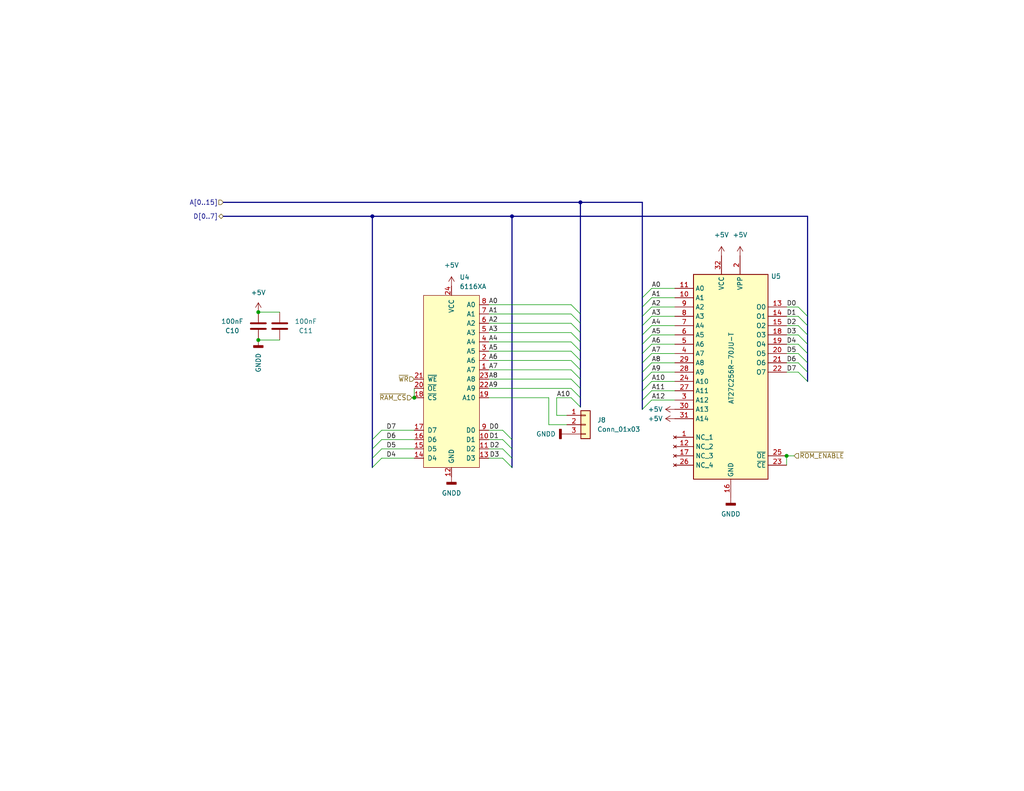
<source format=kicad_sch>
(kicad_sch (version 20230121) (generator eeschema)
  (paper "USLetter")
  (title_block (title "Righteous Tentacle, Colecovision Reverse Engineering Project") (date "2023-06-18") (rev "1.0.0.F") (company "sparkletron") (comment 1 "Jay Convertino") (comment 2 "MIT LICENSE") (comment 3 "PCB: 75743 REV F"))
  (lib_symbols
    (symbol "Connector_Generic:Conn_01x03" (pin_names (offset 1.016) hide)
      (property "Reference" "J" (at 0 5.08 0))
      (property "Value" "Conn_01x03" (at 0 -5.08 0))
      (symbol "Conn_01x03_1_1"
        (rectangle (start -1.27 -2.413) (end 0 -2.667) (stroke (width 0.1524)))
        (rectangle (start -1.27 0.127) (end 0 -0.127) (stroke (width 0.1524)))
        (rectangle (start -1.27 2.667) (end 0 2.413) (stroke (width 0.1524)))
        (rectangle (start -1.27 3.81) (end 1.27 -3.81) (stroke (width 0.254)) (fill (type background)))
        (pin passive line (at -5.08 2.54 0) (length 3.81) (name "Pin_1") (number "1"))
        (pin passive line (at -5.08 0 0) (length 3.81) (name "Pin_2") (number "2"))
        (pin passive line (at -5.08 -2.54 0) (length 3.81) (name "Pin_3") (number "3"))
      )
    )
    (symbol "Device:C" (pin_numbers hide) (pin_names (offset 0.254))
      (property "Reference" "C" (at 0.635 2.54 0))
      (property "Value" "C" (at 0.635 -2.54 0))
      (symbol "C_0_1"
        (polyline (pts (xy -2.032 -0.762) (xy 2.032 -0.762)) (stroke (width 0.508)))
        (polyline (pts (xy -2.032 0.762) (xy 2.032 0.762)) (stroke (width 0.508)))
      )
      (symbol "C_1_1"
        (pin passive line (at 0 3.81 270) (length 2.794) (name "~") (number "1"))
        (pin passive line (at 0 -3.81 90) (length 2.794) (name "~") (number "2"))
      )
    )
    (symbol "ROM_EXT:AT27C256R-70JU-T"
      (property "Reference" "U" (at 2.54 13.97 0))
      (property "Value" "AT27C256R-70JU-T" (at 15.24 -26.67 90))
      (symbol "AT27C256R-70JU-T_1_1"
        (rectangle (start 5.08 10.16) (end 25.4 -45.72) (stroke (width 0.254)) (fill (type background)))
        (pin no_connect line (at 30.48 -34.29 180) (length 5.08) (name "NC_1") (number "1"))
        (pin input line (at 30.48 3.81 180) (length 5.08) (name "A1") (number "10"))
        (pin input line (at 30.48 6.35 180) (length 5.08) (name "A0") (number "11"))
        (pin no_connect line (at 30.48 -36.83 180) (length 5.08) (name "NC_2") (number "12"))
        (pin output line (at 0 1.27 0) (length 5.08) (name "O0") (number "13"))
        (pin output line (at 0 -1.27 0) (length 5.08) (name "O1") (number "14"))
        (pin output line (at 0 -3.81 0) (length 5.08) (name "O2") (number "15"))
        (pin power_in line (at 15.24 -50.8 90) (length 5.08) (name "GND") (number "16"))
        (pin no_connect line (at 30.48 -39.37 180) (length 5.08) (name "NC_3") (number "17"))
        (pin output line (at 0 -6.35 0) (length 5.08) (name "O3") (number "18"))
        (pin output line (at 0 -8.89 0) (length 5.08) (name "O4") (number "19"))
        (pin power_in line (at 12.7 15.24 270) (length 5.08) (name "VPP") (number "2"))
        (pin output line (at 0 -11.43 0) (length 5.08) (name "O5") (number "20"))
        (pin output line (at 0 -13.97 0) (length 5.08) (name "O6") (number "21"))
        (pin output line (at 0 -16.51 0) (length 5.08) (name "O7") (number "22"))
        (pin input line (at 0 -41.91 0) (length 5.08) (name "~{CE}") (number "23"))
        (pin input line (at 30.48 -19.05 180) (length 5.08) (name "A10") (number "24"))
        (pin input line (at 0 -39.37 0) (length 5.08) (name "~{OE}") (number "25"))
        (pin no_connect line (at 30.48 -41.91 180) (length 5.08) (name "NC_4") (number "26"))
        (pin input line (at 30.48 -21.59 180) (length 5.08) (name "A11") (number "27"))
        (pin input line (at 30.48 -16.51 180) (length 5.08) (name "A9") (number "28"))
        (pin input line (at 30.48 -13.97 180) (length 5.08) (name "A8") (number "29"))
        (pin input line (at 30.48 -24.13 180) (length 5.08) (name "A12") (number "3"))
        (pin input line (at 30.48 -26.67 180) (length 5.08) (name "A13") (number "30"))
        (pin input line (at 30.48 -29.21 180) (length 5.08) (name "A14") (number "31"))
        (pin power_in line (at 17.78 15.24 270) (length 5.08) (name "VCC") (number "32"))
        (pin input line (at 30.48 -11.43 180) (length 5.08) (name "A7") (number "4"))
        (pin input line (at 30.48 -8.89 180) (length 5.08) (name "A6") (number "5"))
        (pin input line (at 30.48 -6.35 180) (length 5.08) (name "A5") (number "6"))
        (pin input line (at 30.48 -3.81 180) (length 5.08) (name "A4") (number "7"))
        (pin input line (at 30.48 -1.27 180) (length 5.08) (name "A3") (number "8"))
        (pin input line (at 30.48 1.27 180) (length 5.08) (name "A2") (number "9"))
      )
    )
    (symbol "Vintage_RAM:6116XA" (pin_names (offset 1.016))
      (property "Reference" "U" (at 1.27 7.62 0))
      (property "Value" "6116XA" (at 6.35 5.08 0))
      (symbol "6116XA_0_1"
        (rectangle (start -7.62 3.81) (end 7.62 -43.18) (fill (type background)))
      )
      (symbol "6116XA_1_1"
        (pin input line (at 10.16 -16.51 180) (length 2.54) (name "A7") (number "1"))
        (pin bidirectional line (at 10.16 -35.56 180) (length 2.54) (name "D1") (number "10"))
        (pin bidirectional line (at 10.16 -38.1 180) (length 2.54) (name "D2") (number "11"))
        (pin power_in line (at 0 -45.72 90) (length 2.54) (name "GND") (number "12"))
        (pin bidirectional line (at 10.16 -40.64 180) (length 2.54) (name "D3") (number "13"))
        (pin bidirectional line (at -10.16 -40.64 0) (length 2.54) (name "D4") (number "14"))
        (pin bidirectional line (at -10.16 -38.1 0) (length 2.54) (name "D5") (number "15"))
        (pin bidirectional line (at -10.16 -35.56 0) (length 2.54) (name "D6") (number "16"))
        (pin bidirectional line (at -10.16 -33.02 0) (length 2.54) (name "D7") (number "17"))
        (pin input line (at -10.16 -24.13 0) (length 2.54) (name "~{CS}") (number "18"))
        (pin input line (at 10.16 -24.13 180) (length 2.54) (name "A10") (number "19"))
        (pin input line (at 10.16 -13.97 180) (length 2.54) (name "A6") (number "2"))
        (pin input line (at -10.16 -21.59 0) (length 2.54) (name "~{OE}") (number "20"))
        (pin input line (at -10.16 -19.05 0) (length 2.54) (name "~{WE}") (number "21"))
        (pin input line (at 10.16 -21.59 180) (length 2.54) (name "A9") (number "22"))
        (pin input line (at 10.16 -19.05 180) (length 2.54) (name "A8") (number "23"))
        (pin power_in line (at 0 6.35 270) (length 2.54) (name "VCC") (number "24"))
        (pin input line (at 10.16 -11.43 180) (length 2.54) (name "A5") (number "3"))
        (pin input line (at 10.16 -8.89 180) (length 2.54) (name "A4") (number "4"))
        (pin input line (at 10.16 -6.35 180) (length 2.54) (name "A3") (number "5"))
        (pin input line (at 10.16 -3.81 180) (length 2.54) (name "A2") (number "6"))
        (pin input line (at 10.16 -1.27 180) (length 2.54) (name "A1") (number "7"))
        (pin input line (at 10.16 1.27 180) (length 2.54) (name "A0") (number "8"))
        (pin bidirectional line (at 10.16 -33.02 180) (length 2.54) (name "D0") (number "9"))
      )
    )
    (symbol "power:+5V" (power) (pin_names (offset 0))
      (property "Value" "+5V" (at 0 3.556 0))
      (symbol "+5V_0_1"
        (polyline (pts (xy -0.762 1.27) (xy 0 2.54)))
        (polyline (pts (xy 0 0) (xy 0 2.54)))
        (polyline (pts (xy 0 2.54) (xy 0.762 1.27)))
      )
      (symbol "+5V_1_1"
        (pin power_in line (at 0 0 90) (length 0) hide (name "+5V") (number "1"))
      )
    )
    (symbol "power:GNDD" (power) (pin_names (offset 0))
      (property "Value" "GNDD" (at 0 -3.175 0))
      (symbol "GNDD_0_1"
        (rectangle (start -1.27 -1.524) (end 1.27 -2.032) (stroke (width 0.254)) (fill (type outline)))
        (polyline (pts (xy 0 0) (xy 0 -1.524)))
      )
      (symbol "GNDD_1_1"
        (pin power_in line (at 0 0 270) (length 0) hide (name "GNDD") (number "1"))
      )
    )
  )
  (junction (at 139.7 59.055))
  (junction (at 101.6 59.055))
  (junction (at 113.03 108.585))
  (junction (at 158.369 55.245))
  (junction (at 70.485 85.217))
  (junction (at 214.63 124.46))
  (junction (at 70.485 92.837))
  (bus_entry (at 175.26 91.44) (size 2.54 -2.54))
  (bus_entry (at 155.829 100.965) (size 2.54 2.54))
  (bus_entry (at 158.369 93.345) (size -2.54 -2.54))
  (bus_entry (at 175.26 88.9) (size 2.54 -2.54))
  (bus_entry (at 175.26 93.98) (size 2.54 -2.54))
  (bus_entry (at 217.805 91.44) (size 2.54 2.54))
  (bus_entry (at 175.26 101.6) (size 2.54 -2.54))
  (bus_entry (at 175.26 109.22) (size 2.54 -2.54))
  (bus_entry (at 104.14 117.475) (size -2.54 2.54))
  (bus_entry (at 175.26 83.82) (size 2.54 -2.54))
  (bus_entry (at 158.369 100.965) (size -2.54 -2.54))
  (bus_entry (at 155.829 83.185) (size 2.54 2.54))
  (bus_entry (at 155.829 108.585) (size 2.54 2.54))
  (bus_entry (at 104.14 125.095) (size -2.54 2.54))
  (bus_entry (at 155.829 93.345) (size 2.54 2.54))
  (bus_entry (at 175.26 99.06) (size 2.54 -2.54))
  (bus_entry (at 104.14 120.015) (size -2.54 2.54))
  (bus_entry (at 175.26 86.36) (size 2.54 -2.54))
  (bus_entry (at 217.805 88.9) (size 2.54 2.54))
  (bus_entry (at 175.26 96.52) (size 2.54 -2.54))
  (bus_entry (at 217.805 96.52) (size 2.54 2.54))
  (bus_entry (at 137.16 125.095) (size 2.54 2.54))
  (bus_entry (at 155.829 88.265) (size 2.54 2.54))
  (bus_entry (at 217.805 86.36) (size 2.54 2.54))
  (bus_entry (at 175.26 111.76) (size 2.54 -2.54))
  (bus_entry (at 217.805 101.6) (size 2.54 2.54))
  (bus_entry (at 217.805 99.06) (size 2.54 2.54))
  (bus_entry (at 137.16 122.555) (size 2.54 2.54))
  (bus_entry (at 155.829 85.725) (size 2.54 2.54))
  (bus_entry (at 137.16 117.475) (size 2.54 2.54))
  (bus_entry (at 137.16 120.015) (size 2.54 2.54))
  (bus_entry (at 158.369 106.045) (size -2.54 -2.54))
  (bus_entry (at 104.14 122.555) (size -2.54 2.54))
  (bus_entry (at 158.369 98.425) (size -2.54 -2.54))
  (bus_entry (at 217.805 83.82) (size 2.54 2.54))
  (bus_entry (at 175.26 106.68) (size 2.54 -2.54))
  (bus_entry (at 155.829 106.045) (size 2.54 2.54))
  (bus_entry (at 217.805 93.98) (size 2.54 2.54))
  (bus_entry (at 175.26 104.14) (size 2.54 -2.54))
  (bus_entry (at 175.26 81.28) (size 2.54 -2.54))
  (wire (pts (xy 133.35 88.265) (xy 155.829 88.265)))
  (bus (pts (xy 175.26 88.9) (xy 175.26 91.44)))
  (wire (pts (xy 133.35 85.725) (xy 155.829 85.725)))
  (wire (pts (xy 177.8 101.6) (xy 184.15 101.6)))
  (wire (pts (xy 214.63 101.6) (xy 217.805 101.6)))
  (bus (pts (xy 220.345 101.6) (xy 220.345 104.14)))
  (bus (pts (xy 101.6 120.015) (xy 101.6 122.555)))
  (wire (pts (xy 104.14 125.095) (xy 113.03 125.095)))
  (wire (pts (xy 70.485 92.837) (xy 76.327 92.837)))
  (bus (pts (xy 101.6 125.095) (xy 101.6 127.635)))
  (bus (pts (xy 175.26 109.22) (xy 175.26 111.76)))
  (wire (pts (xy 104.14 117.475) (xy 113.03 117.475)))
  (wire (pts (xy 133.35 100.965) (xy 155.829 100.965)))
  (wire (pts (xy 177.8 99.06) (xy 184.15 99.06)))
  (wire (pts (xy 214.63 93.98) (xy 217.805 93.98)))
  (bus (pts (xy 60.96 55.245) (xy 158.369 55.245)))
  (bus (pts (xy 101.6 122.555) (xy 101.6 125.095)))
  (bus (pts (xy 158.369 93.345) (xy 158.369 95.885)))
  (bus (pts (xy 220.345 96.52) (xy 220.345 99.06)))
  (wire (pts (xy 133.35 90.805) (xy 155.829 90.805)))
  (bus (pts (xy 175.26 83.82) (xy 175.26 86.36)))
  (bus (pts (xy 139.7 120.015) (xy 139.7 122.555)))
  (wire (pts (xy 177.8 96.52) (xy 184.15 96.52)))
  (wire (pts (xy 133.35 117.475) (xy 137.16 117.475)))
  (bus (pts (xy 158.369 85.725) (xy 158.369 88.265)))
  (bus (pts (xy 139.7 125.095) (xy 139.7 127.635)))
  (bus (pts (xy 175.26 81.28) (xy 175.26 83.82)))
  (wire (pts (xy 177.8 91.44) (xy 184.15 91.44)))
  (wire (pts (xy 177.8 106.68) (xy 184.15 106.68)))
  (bus (pts (xy 220.345 59.055) (xy 220.345 86.36)))
  (bus (pts (xy 175.26 104.14) (xy 175.26 106.68)))
  (wire (pts (xy 214.63 91.44) (xy 217.805 91.44)))
  (wire (pts (xy 214.63 86.36) (xy 217.805 86.36)))
  (wire (pts (xy 70.485 85.217) (xy 76.327 85.217)))
  (wire (pts (xy 133.35 98.425) (xy 155.829 98.425)))
  (bus (pts (xy 158.369 95.885) (xy 158.369 98.425)))
  (wire (pts (xy 133.35 120.015) (xy 137.16 120.015)))
  (wire (pts (xy 151.892 113.411) (xy 151.892 108.585)))
  (wire (pts (xy 112.395 108.585) (xy 113.03 108.585)))
  (bus (pts (xy 101.6 59.055) (xy 139.7 59.055)))
  (bus (pts (xy 175.26 106.68) (xy 175.26 109.22)))
  (bus (pts (xy 175.26 99.06) (xy 175.26 101.6)))
  (bus (pts (xy 175.26 93.98) (xy 175.26 96.52)))
  (wire (pts (xy 214.63 83.82) (xy 217.805 83.82)))
  (wire (pts (xy 133.35 122.555) (xy 137.16 122.555)))
  (bus (pts (xy 139.7 122.555) (xy 139.7 125.095)))
  (wire (pts (xy 113.03 106.045) (xy 113.03 108.585)))
  (wire (pts (xy 133.35 93.345) (xy 155.829 93.345)))
  (bus (pts (xy 158.369 98.425) (xy 158.369 100.965)))
  (wire (pts (xy 177.8 86.36) (xy 184.15 86.36)))
  (bus (pts (xy 158.369 90.805) (xy 158.369 93.345)))
  (wire (pts (xy 149.733 115.951) (xy 149.733 108.585)))
  (wire (pts (xy 133.35 106.045) (xy 155.829 106.045)))
  (wire (pts (xy 214.63 124.46) (xy 214.63 127)))
  (wire (pts (xy 177.8 81.28) (xy 184.15 81.28)))
  (bus (pts (xy 158.369 100.965) (xy 158.369 103.505)))
  (wire (pts (xy 177.8 78.74) (xy 184.15 78.74)))
  (wire (pts (xy 104.14 122.555) (xy 113.03 122.555)))
  (wire (pts (xy 216.662 124.46) (xy 214.63 124.46)))
  (bus (pts (xy 158.369 55.245) (xy 175.26 55.245)))
  (wire (pts (xy 151.892 108.585) (xy 155.829 108.585)))
  (bus (pts (xy 158.369 103.505) (xy 158.369 106.045)))
  (wire (pts (xy 104.14 120.015) (xy 113.03 120.015)))
  (bus (pts (xy 175.26 86.36) (xy 175.26 88.9)))
  (bus (pts (xy 175.26 96.52) (xy 175.26 99.06)))
  (wire (pts (xy 133.35 95.885) (xy 155.829 95.885)))
  (wire (pts (xy 214.63 88.9) (xy 217.805 88.9)))
  (bus (pts (xy 220.345 93.98) (xy 220.345 96.52)))
  (wire (pts (xy 177.8 93.98) (xy 184.15 93.98)))
  (bus (pts (xy 158.369 55.245) (xy 158.369 85.725)))
  (bus (pts (xy 158.369 106.045) (xy 158.369 108.585)))
  (wire (pts (xy 214.63 96.52) (xy 217.805 96.52)))
  (wire (pts (xy 133.35 83.185) (xy 155.829 83.185)))
  (wire (pts (xy 149.733 108.585) (xy 133.35 108.585)))
  (bus (pts (xy 158.369 88.265) (xy 158.369 90.805)))
  (wire (pts (xy 151.892 113.411) (xy 154.686 113.411)))
  (bus (pts (xy 60.96 59.055) (xy 101.6 59.055)))
  (bus (pts (xy 158.369 108.585) (xy 158.369 111.125)))
  (wire (pts (xy 177.8 83.82) (xy 184.15 83.82)))
  (wire (pts (xy 214.63 99.06) (xy 217.805 99.06)))
  (bus (pts (xy 175.26 91.44) (xy 175.26 93.98)))
  (bus (pts (xy 101.6 59.055) (xy 101.6 120.015)))
  (wire (pts (xy 177.8 88.9) (xy 184.15 88.9)))
  (bus (pts (xy 220.345 86.36) (xy 220.345 88.9)))
  (wire (pts (xy 133.35 125.095) (xy 137.16 125.095)))
  (bus (pts (xy 220.345 99.06) (xy 220.345 101.6)))
  (wire (pts (xy 133.35 103.505) (xy 155.829 103.505)))
  (wire (pts (xy 177.8 109.22) (xy 184.15 109.22)))
  (bus (pts (xy 220.345 88.9) (xy 220.345 91.44)))
  (bus (pts (xy 139.7 59.055) (xy 220.345 59.055)))
  (wire (pts (xy 177.8 104.14) (xy 184.15 104.14)))
  (bus (pts (xy 175.26 55.245) (xy 175.26 81.28)))
  (wire (pts (xy 154.686 115.951) (xy 149.733 115.951)))
  (bus (pts (xy 139.7 59.055) (xy 139.7 120.015)))
  (bus (pts (xy 175.26 101.6) (xy 175.26 104.14)))
  (bus (pts (xy 220.345 91.44) (xy 220.345 93.98)))
  (label "D1" (at 214.63 86.36 0))
  (label "A5" (at 133.35 95.885 0))
  (label "A0" (at 177.8 78.74 0))
  (label "D3" (at 136.271 125.095 180))
  (label "D7" (at 214.63 101.6 0))
  (label "D0" (at 214.63 83.82 0))
  (label "A10" (at 177.8 104.14 0))
  (label "A2" (at 177.8 83.82 0))
  (label "A8" (at 133.35 103.505 0))
  (label "A3" (at 177.8 86.36 0))
  (label "A8" (at 177.8 99.06 0))
  (label "A6" (at 177.8 93.98 0))
  (label "A4" (at 177.8 88.9 0))
  (label "A9" (at 177.8 101.6 0))
  (label "D5" (at 105.41 122.555 0))
  (label "A12" (at 177.8 109.22 0))
  (label "A1" (at 133.35 85.725 0))
  (label "A3" (at 133.35 90.805 0))
  (label "A10" (at 151.892 108.585 0))
  (label "D7" (at 105.41 117.475 0))
  (label "D4" (at 105.41 125.095 0))
  (label "A7" (at 177.8 96.52 0))
  (label "D5" (at 214.63 96.52 0))
  (label "D2" (at 214.63 88.9 0))
  (label "A5" (at 177.8 91.44 0))
  (label "A0" (at 133.35 83.185 0))
  (label "A7" (at 133.35 100.965 0))
  (label "D6" (at 105.41 120.015 0))
  (label "A11" (at 177.8 106.68 0))
  (label "A6" (at 133.35 98.425 0))
  (label "A1" (at 177.8 81.28 0))
  (label "D1" (at 136.144 120.015 180))
  (label "A4" (at 133.35 93.345 0))
  (label "D0" (at 136.144 117.475 180))
  (label "A9" (at 133.35 106.045 0))
  (label "D3" (at 214.63 91.44 0))
  (label "D6" (at 214.63 99.06 0))
  (label "D4" (at 214.63 93.98 0))
  (label "D2" (at 136.271 122.555 180))
  (label "A2" (at 133.35 88.265 0))
  (hierarchical_label "~{ROM_ENABLE}" (shape input) (at 216.662 124.46 0))
  (hierarchical_label "~{WR}" (shape input) (at 113.03 103.505 180))
  (hierarchical_label "~{RAM_CS}" (shape input) (at 112.395 108.585 180))
  (hierarchical_label "A[0..15]" (shape input) (at 60.96 55.245 180))
  (hierarchical_label "D[0..7]" (shape bidirectional) (at 60.96 59.055 180))
  (symbol (lib_id "power:GNDD") (at 199.39 135.89 0) (mirror y) (unit 1)
    (property "Reference" "#PWR032" (effects hide))
    (property "Value" "GNDD" (at 199.39 140.335 0))
  )
  (symbol (lib_id "power:GNDD") (at 154.686 118.491 270) (unit 1)
    (property "Reference" "#PWR028" (effects hide))
    (property "Value" "GNDD" (at 151.638 118.491 90) (effects (justify right)))
  )
  (symbol (lib_id "power:GNDD") (at 70.485 92.837 0) (unit 1)
    (property "Reference" "#PWR025" (effects hide))
    (property "Value" "GNDD" (at 70.485 101.727 90) (effects (justify left)))
  )
  (symbol (lib_id "Device:C") (at 76.327 89.027 0) (mirror y) (unit 1)
    (property "Reference" "C11" (at 83.439 90.297 0))
    (property "Value" "100nF" (at 83.439 87.757 0))
    (property "Footprint" "Capacitor_THT:C_Disc_D7.0mm_W2.5mm_P5.00mm" (effects hide))
  )
  (symbol (lib_id "power:+5V") (at 123.19 78.105 0) (unit 1)
    (property "Reference" "#PWR026" (effects hide))
    (property "Value" "+5V" (at 123.19 72.39 0))
  )
  (symbol (lib_id "Vintage_RAM:6116XA") (at 123.19 84.455 0) (unit 1)
    (property "Reference" "U4" (at 125.3841 75.692 0) (effects (justify left)))
    (property "Value" "6116XA" (at 125.3841 78.232 0) (effects (justify left)))
    (property "Footprint" "Package_SO:SOIC-24W_7.5x15.4mm_P1.27mm" (effects hide))
  )
  (symbol (lib_id "power:+5V") (at 184.15 114.3 90) (mirror x) (unit 1)
    (property "Reference" "#PWR030" (effects hide))
    (property "Value" "+5V" (at 180.848 114.3 90) (effects (justify left)))
  )
  (symbol (lib_id "Connector_Generic:Conn_01x03") (at 159.766 115.951 0) (unit 1)
    (property "Reference" "J8" (at 162.941 114.681 0) (effects (justify left)))
    (property "Value" "Conn_01x03" (at 162.941 117.221 0) (effects (justify left)))
    (property "Footprint" "Connector_PinHeader_2.54mm:PinHeader_1x03_P2.54mm_Vertical" (effects hide))
  )
  (symbol (lib_id "Device:C") (at 70.485 89.027 0) (unit 1)
    (property "Reference" "C10" (at 63.373 90.297 0))
    (property "Value" "100nF" (at 63.373 87.757 0))
    (property "Footprint" "Capacitor_THT:C_Disc_D7.0mm_W2.5mm_P5.00mm" (effects hide))
  )
  (symbol (lib_id "ROM_EXT:AT27C256R-70JU-T") (at 214.63 85.09 0) (mirror y) (unit 1)
    (property "Reference" "U5" (at 213.106 75.438 0) (effects (justify left)))
    (property "Value" "AT27C256R-70JU-T" (at 199.517 110.363 90) (effects (justify left)))
    (property "Footprint" "Package_LCC:PLCC-32_THT-Socket" (effects hide))
    (property "Datasheet" "http://www.microchip.com/mymicrochip/filehandler.aspx?ddocname=en589859" (effects hide))
    (property "Height" "3.556" (effects hide))
    (property "Manufacturer_Name" "Microchip" (effects hide))
    (property "Manufacturer_Part_Number" "AT27C256R-70JU-T" (effects hide))
    (property "Mouser Part Number" "556-AT27C256R70JUT" (effects hide))
    (property "Mouser Price/Stock" "https://www.mouser.co.uk/ProductDetail/Microchip-Technology/AT27C256R-70JU-T?qs=HXFqYaX1Q2yUcCXtgb4mjA%3D%3D" (effects hide))
    (property "Arrow Part Number" "AT27C256R-70JU-T" (effects hide))
    (property "Arrow Price/Stock" "https://www.arrow.com/en/products/at27c256r-70ju-t/microchip-technology?region=nac" (effects hide))
  )
  (symbol (lib_id "power:+5V") (at 70.485 85.217 0) (unit 1)
    (property "Reference" "#PWR024" (effects hide))
    (property "Value" "+5V" (at 70.485 79.883 0))
  )
  (symbol (lib_id "power:+5V") (at 184.15 111.76 90) (mirror x) (unit 1)
    (property "Reference" "#PWR029" (effects hide))
    (property "Value" "+5V" (at 180.848 111.76 90) (effects (justify left)))
  )
  (symbol (lib_id "power:+5V") (at 201.93 69.85 0) (mirror y) (unit 1)
    (property "Reference" "#PWR033" (effects hide))
    (property "Value" "+5V" (at 201.93 64.135 0))
  )
  (symbol (lib_id "power:GNDD") (at 123.19 130.175 0) (unit 1)
    (property "Reference" "#PWR027" (effects hide))
    (property "Value" "GNDD" (at 123.19 134.62 0))
  )
  (symbol (lib_id "power:+5V") (at 196.85 69.85 0) (mirror y) (unit 1)
    (property "Reference" "#PWR031" (effects hide))
    (property "Value" "+5V" (at 196.85 64.135 0))
  )
)
</source>
